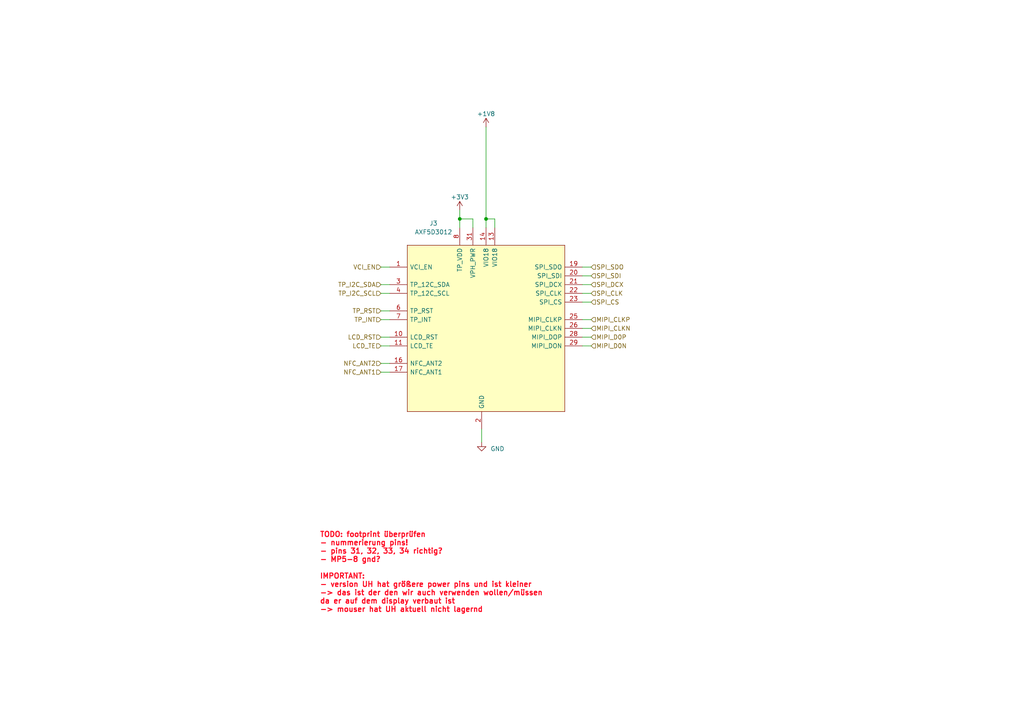
<source format=kicad_sch>
(kicad_sch (version 20230121) (generator eeschema)
  (paper "A4")
  (lib_symbols
    (symbol "ARMband:AXF5D3012" (pin_names (offset 0.762))
      (property "Reference" "J" (at -11.43 16.51 0))
      (property "Value" "AXF5D3012" (at 0 30.48 0))
      (symbol "AXF5D3012_0_0"
        (pin passive line (at 0 -6.35 0) (length 5.08) (name "VCI_EN") (number "1"))
        (pin passive line (at 0 -26.67 0) (length 5.08) (name "LCD_RST") (number "10"))
        (pin passive line (at 0 -29.21 0) (length 5.08) (name "LCD_TE") (number "11"))
        (pin passive line (at 30.48 5.08 270) (length 5.08) (name "VIO18") (number "13"))
        (pin passive line (at 27.94 5.08 270) (length 5.08) (name "VIO18") (number "14"))
        (pin passive line (at 0 -34.29 0) (length 5.08) (name "NFC_ANT2") (number "16"))
        (pin passive line (at 0 -36.83 0) (length 5.08) (name "NFC_ANT1") (number "17"))
        (pin passive line (at 55.88 -6.35 180) (length 5.08) (name "SPI_SDO") (number "19"))
        (pin passive line (at 26.67 -53.34 90) (length 5.08) (name "GND") (number "2"))
        (pin passive line (at 55.88 -8.89 180) (length 5.08) (name "SPI_SDI") (number "20"))
        (pin passive line (at 55.88 -11.43 180) (length 5.08) (name "SPI_DCX") (number "21"))
        (pin passive line (at 55.88 -13.97 180) (length 5.08) (name "SPI_CLK") (number "22"))
        (pin passive line (at 55.88 -16.51 180) (length 5.08) (name "SPI_CS") (number "23"))
        (pin passive line (at 55.88 -21.59 180) (length 5.08) (name "MIPI_CLKP") (number "25"))
        (pin passive line (at 55.88 -24.13 180) (length 5.08) (name "MIPI_CLKN") (number "26"))
        (pin passive line (at 55.88 -26.67 180) (length 5.08) (name "MIPI_DOP") (number "28"))
        (pin passive line (at 55.88 -29.21 180) (length 5.08) (name "MIPI_DON") (number "29"))
        (pin passive line (at 0 -11.43 0) (length 5.08) (name "TP_12C_SDA") (number "3"))
        (pin passive line (at 24.13 5.08 270) (length 5.08) (name "VPH_PWR") (number "31"))
        (pin passive line (at 0 -13.97 0) (length 5.08) (name "TP_12C_SCL") (number "4"))
        (pin passive line (at 0 -19.05 0) (length 5.08) (name "TP_RST") (number "6"))
        (pin passive line (at 0 -21.59 0) (length 5.08) (name "TP_INT") (number "7"))
        (pin passive line (at 20.32 5.08 270) (length 5.08) (name "TP_VDD") (number "8"))
      )
      (symbol "AXF5D3012_0_1"
        (polyline (pts (xy 5.08 0) (xy 50.8 0) (xy 50.8 -48.26) (xy 5.08 -48.26) (xy 5.08 0)) (stroke (width 0.1524)) (fill (type background)))
      )
      (symbol "AXF5D3012_1_0"
        (pin passive line (at 26.67 -53.34 90) (length 5.08) hide (name "GND") (number "12"))
        (pin passive line (at 55.88 -45.72 180) (length 5.08) hide (name "NC") (number "15"))
        (pin passive line (at 26.67 -53.34 90) (length 5.08) hide (name "GND") (number "18"))
        (pin passive line (at 26.67 -53.34 90) (length 5.08) hide (name "GND") (number "24"))
        (pin passive line (at 26.67 -53.34 90) (length 5.08) hide (name "GND") (number "27"))
        (pin passive line (at 26.67 -53.34 90) (length 5.08) hide (name "GND") (number "30"))
        (pin passive line (at 26.67 -53.34 90) (length 5.08) hide (name "GND") (number "33"))
        (pin passive line (at 26.67 -53.34 90) (length 5.08) hide (name "GND") (number "34"))
        (pin passive line (at 55.88 -45.72 180) (length 5.08) hide (name "NC") (number "5"))
        (pin passive line (at 26.67 -53.34 90) (length 5.08) hide (name "GND") (number "9"))
      )
    )
    (symbol "power:+1V8" (power) (pin_names (offset 0))
      (property "Value" "+1V8" (at 0 3.556 0))
      (symbol "+1V8_0_1"
        (polyline (pts (xy -0.762 1.27) (xy 0 2.54)))
        (polyline (pts (xy 0 0) (xy 0 2.54)))
        (polyline (pts (xy 0 2.54) (xy 0.762 1.27)))
      )
      (symbol "+1V8_1_1"
        (pin power_in line (at 0 0 90) (length 0) hide (name "+1V8") (number "1"))
      )
    )
    (symbol "power:+3V3" (power) (pin_names (offset 0))
      (property "Value" "+3V3" (at 0 3.556 0))
      (symbol "+3V3_0_1"
        (polyline (pts (xy -0.762 1.27) (xy 0 2.54)))
        (polyline (pts (xy 0 0) (xy 0 2.54)))
        (polyline (pts (xy 0 2.54) (xy 0.762 1.27)))
      )
      (symbol "+3V3_1_1"
        (pin power_in line (at 0 0 90) (length 0) hide (name "+3V3") (number "1"))
      )
    )
    (symbol "power:GND" (power) (pin_names (offset 0))
      (property "Value" "GND" (at 0 -3.81 0))
      (symbol "GND_0_1"
        (polyline (pts (xy 0 0) (xy 0 -1.27) (xy 1.27 -1.27) (xy 0 -2.54) (xy -1.27 -1.27) (xy 0 -1.27)))
      )
      (symbol "GND_1_1"
        (pin power_in line (at 0 0 270) (length 0) hide (name "GND") (number "1"))
      )
    )
  )
  (junction (at 133.35 63.5))
  (junction (at 140.97 63.5))
  (wire (pts (xy 168.91 95.25) (xy 171.45 95.25)))
  (wire (pts (xy 168.91 82.55) (xy 171.45 82.55)))
  (wire (pts (xy 110.49 105.41) (xy 113.03 105.41)))
  (wire (pts (xy 143.51 63.5) (xy 143.51 66.04)))
  (wire (pts (xy 110.49 77.47) (xy 113.03 77.47)))
  (wire (pts (xy 110.49 92.71) (xy 113.03 92.71)))
  (wire (pts (xy 133.35 63.5) (xy 137.16 63.5)))
  (wire (pts (xy 137.16 63.5) (xy 137.16 66.04)))
  (wire (pts (xy 171.45 77.47) (xy 168.91 77.47)))
  (wire (pts (xy 110.49 90.17) (xy 113.03 90.17)))
  (wire (pts (xy 168.91 85.09) (xy 171.45 85.09)))
  (wire (pts (xy 171.45 87.63) (xy 168.91 87.63)))
  (wire (pts (xy 171.45 92.71) (xy 168.91 92.71)))
  (wire (pts (xy 168.91 100.33) (xy 171.45 100.33)))
  (wire (pts (xy 110.49 100.33) (xy 113.03 100.33)))
  (wire (pts (xy 171.45 97.79) (xy 168.91 97.79)))
  (wire (pts (xy 110.49 97.79) (xy 113.03 97.79)))
  (wire (pts (xy 133.35 63.5) (xy 133.35 66.04)))
  (wire (pts (xy 133.35 60.96) (xy 133.35 63.5)))
  (wire (pts (xy 110.49 107.95) (xy 113.03 107.95)))
  (wire (pts (xy 168.91 80.01) (xy 171.45 80.01)))
  (wire (pts (xy 110.49 82.55) (xy 113.03 82.55)))
  (wire (pts (xy 140.97 36.83) (xy 140.97 63.5)))
  (wire (pts (xy 140.97 66.04) (xy 140.97 63.5)))
  (wire (pts (xy 140.97 63.5) (xy 143.51 63.5)))
  (wire (pts (xy 139.7 124.46) (xy 139.7 128.27)))
  (wire (pts (xy 110.49 85.09) (xy 113.03 85.09)))
  (text "TODO: footprint überprüfen\n- nummerierung pins!\n- pins 31, 32, 33, 34 richtig?\n- MP5-8 gnd?\n\nIMPORTANT:\n- version UH hat größere power pins und ist kleiner \n-> das ist der den wir auch verwenden wollen/müssen\nda er auf dem display verbaut ist\n-> mouser hat UH aktuell nicht lagernd" (at 92.71 177.8 0) (effects (font (size 1.5 1.5) (thickness 0.3) bold) (justify left bottom)))
  (hierarchical_label "TP_I2C_SCL" (shape input) (at 110.49 85.09 180) (property "Intersheetrefs" "${INTERSHEET_REFS}" (effects hide)))
  (hierarchical_label "LCD_TE" (shape input) (at 110.49 100.33 180) (property "Intersheetrefs" "${INTERSHEET_REFS}" (effects hide)))
  (hierarchical_label "SPI_CLK" (shape input) (at 171.45 85.09 0) (property "Intersheetrefs" "${INTERSHEET_REFS}" (effects hide)))
  (hierarchical_label "SPI_CS" (shape input) (at 171.45 87.63 0) (property "Intersheetrefs" "${INTERSHEET_REFS}" (effects hide)))
  (hierarchical_label "TP_INT" (shape input) (at 110.49 92.71 180) (property "Intersheetrefs" "${INTERSHEET_REFS}" (effects hide)))
  (hierarchical_label "SPI_SDO" (shape input) (at 171.45 77.47 0) (property "Intersheetrefs" "${INTERSHEET_REFS}" (effects hide)))
  (hierarchical_label "SPI_DCX" (shape input) (at 171.45 82.55 0) (property "Intersheetrefs" "${INTERSHEET_REFS}" (effects hide)))
  (hierarchical_label "NFC_ANT2" (shape input) (at 110.49 105.41 180) (property "Intersheetrefs" "${INTERSHEET_REFS}" (effects hide)))
  (hierarchical_label "SPI_SDI" (shape input) (at 171.45 80.01 0) (property "Intersheetrefs" "${INTERSHEET_REFS}" (effects hide)))
  (hierarchical_label "MIPI_CLKP" (shape input) (at 171.45 92.71 0) (property "Intersheetrefs" "${INTERSHEET_REFS}" (effects hide)))
  (hierarchical_label "TP_I2C_SDA" (shape input) (at 110.49 82.55 180) (property "Intersheetrefs" "${INTERSHEET_REFS}" (effects hide)))
  (hierarchical_label "NFC_ANT1" (shape input) (at 110.49 107.95 180) (property "Intersheetrefs" "${INTERSHEET_REFS}" (effects hide)))
  (hierarchical_label "MIPI_CLKN" (shape input) (at 171.45 95.25 0) (property "Intersheetrefs" "${INTERSHEET_REFS}" (effects hide)))
  (hierarchical_label "VCI_EN" (shape input) (at 110.49 77.47 180) (property "Intersheetrefs" "${INTERSHEET_REFS}" (effects hide)))
  (hierarchical_label "MIPI_D0N" (shape input) (at 171.45 100.33 0) (property "Intersheetrefs" "${INTERSHEET_REFS}" (effects hide)))
  (hierarchical_label "TP_RST" (shape input) (at 110.49 90.17 180) (property "Intersheetrefs" "${INTERSHEET_REFS}" (effects hide)))
  (hierarchical_label "MIPI_D0P" (shape input) (at 171.45 97.79 0) (property "Intersheetrefs" "${INTERSHEET_REFS}" (effects hide)))
  (hierarchical_label "LCD_RST" (shape input) (at 110.49 97.79 180) (property "Intersheetrefs" "${INTERSHEET_REFS}" (effects hide)))
  (symbol (lib_id "power:+3V3") (at 133.35 60.96 0) (unit 1)
    (property "Reference" "#PWR086" (effects hide))
    (property "Value" "+3V3" (at 133.35 57.15 0))
    (instances (project "armband" (path "" (reference "#PWR086") (unit 1)) (path "" (reference "#PWR017") (unit 1))))
  )
  (symbol (lib_id "power:+1V8") (at 140.97 36.83 0) (unit 1)
    (property "Reference" "#PWR028" (effects hide))
    (property "Value" "+1V8" (at 140.97 33.02 0))
    (instances (project "armband" (path "" (reference "#PWR028") (unit 1)) (path "" (reference "#PWR028") (unit 1)) (path "" (reference "#PWR016") (unit 1))))
  )
  (symbol (lib_id "power:GND") (at 139.7 128.27 0) (unit 1)
    (property "Reference" "#PWR093" (effects hide))
    (property "Value" "GND" (at 142.24 130.175 0) (effects (justify left)))
    (instances (project "armband" (path "" (reference "#PWR093") (unit 1)) (path "" (reference "#PWR018") (unit 1))))
  )
  (symbol (lib_id "ARMband:AXF5D3012") (at 113.03 71.12 0) (unit 1)
    (property "Reference" "J3" (at 125.73 64.77 0))
    (property "Value" "AXF5D3012" (at 125.73 67.31 0))
    (property "Footprint" "ARMband:AXF5D3012" (effects hide))
    (property "Datasheet" "https://api.pim.na.industrial.panasonic.com/file_stream/main/fileversion/104" (effects hide))
    (property "Description" "Board to Board & Mezzanine Connectors 30 pins Socket 7.75x2.2x0.59mm" (effects hide))
    (property "Height" "0.79" (effects hide))
    (property "MFN" "769-AXF5D3012" (effects hide))
  )
)
</source>
